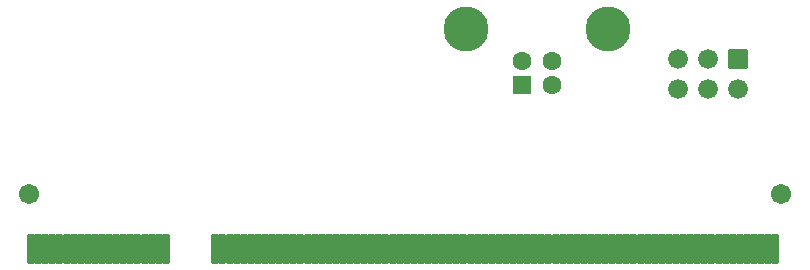
<source format=gts>
G04 Layer: TopSolderMaskLayer*
G04 EasyEDA v6.5.23, 2023-08-22 14:51:30*
G04 a67cddfb3fce44daa9051d46cbbcc19f,10*
G04 Gerber Generator version 0.2*
G04 Scale: 100 percent, Rotated: No, Reflected: No *
G04 Dimensions in millimeters *
G04 leading zeros omitted , absolute positions ,4 integer and 5 decimal *
%FSLAX45Y45*%
%MOMM*%

%AMMACRO1*4,1,32,-0.2245,-1.2516,-0.255,-1.2465,-0.2855,-1.2313,-0.3058,-1.2109,-0.3211,-1.1805,-0.3261,-1.15,-0.3269,-1.149,-0.3269,1.1497,-0.3261,1.15,-0.3211,1.1805,-0.3058,1.2109,-0.2855,1.2313,-0.255,1.2465,-0.2245,1.2516,-0.2253,1.2513,0.2243,1.2513,0.2253,1.2516,0.2558,1.2465,0.2863,1.2313,0.3066,1.2109,0.3218,1.1805,0.3269,1.15,0.3259,1.1497,0.3259,-1.149,0.3269,-1.15,0.3218,-1.1805,0.3066,-1.2109,0.2863,-1.2313,0.2558,-1.2465,0.2253,-1.2516,0.2243,-1.2506,-0.2253,-1.2506,-0.2245,-1.2516,0*%
%AMMACRO2*4,1,32,-0.2254,-1.2516,-0.2559,-1.2465,-0.2864,-1.2313,-0.3067,-1.2109,-0.3219,-1.1805,-0.327,-1.15,-0.3258,-1.149,-0.3258,1.1497,-0.327,1.15,-0.3219,1.1805,-0.3067,1.2109,-0.2864,1.2313,-0.2559,1.2465,-0.2254,1.2516,-0.2242,1.2513,0.2254,1.2513,0.2247,1.2516,0.2551,1.2465,0.2856,1.2313,0.3059,1.2109,0.3212,1.1805,0.3263,1.15,0.327,1.1497,0.327,-1.149,0.3263,-1.15,0.3212,-1.1805,0.3059,-1.2109,0.2856,-1.2313,0.2551,-1.2465,0.2247,-1.2516,0.2254,-1.2506,-0.2242,-1.2506,-0.2254,-1.2516,0*%
%AMMACRO3*4,1,32,-0.2252,-1.2516,-0.2557,-1.2465,-0.2861,-1.2313,-0.3065,-1.2109,-0.3217,-1.1805,-0.3268,-1.15,-0.326,-1.149,-0.326,1.1497,-0.3268,1.15,-0.3217,1.1805,-0.3065,1.2109,-0.2861,1.2313,-0.2557,1.2465,-0.2252,1.2516,-0.2244,1.2513,0.2252,1.2513,0.2249,1.2516,0.2554,1.2465,0.2859,1.2313,0.3062,1.2109,0.3214,1.1805,0.3265,1.15,0.3268,1.1497,0.3268,-1.149,0.3265,-1.15,0.3214,-1.1805,0.3062,-1.2109,0.2859,-1.2313,0.2554,-1.2465,0.2249,-1.2516,0.2252,-1.2506,-0.2244,-1.2506,-0.2252,-1.2516,0*%
%AMMACRO4*4,1,32,-0.225,-1.2516,-0.2555,-1.2465,-0.286,-1.2313,-0.3063,-1.2109,-0.3216,-1.1805,-0.3266,-1.15,-0.3264,-1.149,-0.3264,1.1497,-0.3266,1.15,-0.3216,1.1805,-0.3063,1.2109,-0.286,1.2313,-0.2555,1.2465,-0.225,1.2516,-0.2248,1.2513,0.2248,1.2513,0.225,1.2516,0.2555,1.2465,0.286,1.2313,0.3063,1.2109,0.3216,1.1805,0.3266,1.15,0.3264,1.1497,0.3264,-1.149,0.3266,-1.15,0.3216,-1.1805,0.3063,-1.2109,0.286,-1.2313,0.2555,-1.2465,0.225,-1.2516,0.2248,-1.2506,-0.2248,-1.2506,-0.225,-1.2516,0*%
%AMMACRO5*4,1,32,-0.2247,-1.2516,-0.2551,-1.2465,-0.2856,-1.2313,-0.3059,-1.2109,-0.3212,-1.1805,-0.3263,-1.15,-0.3268,-1.149,-0.3268,1.1497,-0.3263,1.15,-0.3212,1.1805,-0.3059,1.2109,-0.2856,1.2313,-0.2551,1.2465,-0.2247,1.2516,-0.2252,1.2513,0.2244,1.2513,0.2252,1.2516,0.2557,1.2465,0.2861,1.2313,0.3065,1.2109,0.3217,1.1805,0.3268,1.15,0.326,1.1497,0.326,-1.149,0.3268,-1.15,0.3217,-1.1805,0.3065,-1.2109,0.2861,-1.2313,0.2557,-1.2465,0.2252,-1.2516,0.2244,-1.2506,-0.2252,-1.2506,-0.2247,-1.2516,0*%
%AMMACRO6*4,1,32,-0.225,-1.2516,-0.2555,-1.2465,-0.286,-1.2313,-0.3063,-1.2109,-0.3216,-1.1805,-0.3266,-1.15,-0.3277,-1.149,-0.3277,1.1497,-0.3266,1.15,-0.3216,1.1805,-0.3063,1.2109,-0.286,1.2313,-0.2555,1.2465,-0.225,1.2516,-0.2261,1.2513,0.2261,1.2513,0.2248,1.2516,0.2553,1.2465,0.2858,1.2313,0.3061,1.2109,0.3213,1.1805,0.3264,1.15,0.3277,1.1497,0.3277,-1.149,0.3264,-1.15,0.3213,-1.1805,0.3061,-1.2109,0.2858,-1.2313,0.2553,-1.2465,0.2248,-1.2516,0.2261,-1.2506,-0.2261,-1.2506,-0.225,-1.2516,0*%
%AMMACRO7*4,1,32,-0.2253,-1.2516,-0.2558,-1.2465,-0.2863,-1.2313,-0.3066,-1.2109,-0.3218,-1.1805,-0.3269,-1.15,-0.3259,-1.149,-0.3259,1.1497,-0.3269,1.15,-0.3218,1.1805,-0.3066,1.2109,-0.2863,1.2313,-0.2558,1.2465,-0.2253,1.2516,-0.2243,1.2513,0.2253,1.2513,0.2248,1.2516,0.2553,1.2465,0.2858,1.2313,0.3061,1.2109,0.3213,1.1805,0.3264,1.15,0.3269,1.1497,0.3269,-1.149,0.3264,-1.15,0.3213,-1.1805,0.3061,-1.2109,0.2858,-1.2313,0.2553,-1.2465,0.2248,-1.2516,0.2253,-1.2506,-0.2243,-1.2506,-0.2253,-1.2516,0*%
%AMMACRO8*4,1,30,-0.225,-1.2516,-0.2555,-1.2465,-0.286,-1.2313,-0.3063,-1.2109,-0.3216,-1.1805,-0.3266,-1.15,-0.3261,-1.149,-0.3261,1.1497,-0.3266,1.15,-0.3216,1.1805,-0.3063,1.2109,-0.286,1.2313,-0.2555,1.2465,-0.225,1.2516,-0.2245,1.2513,0.225,1.2513,0.225,1.2516,0.2555,1.2465,0.286,1.2313,0.3063,1.2109,0.3216,1.1805,0.3266,1.15,0.3266,-1.15,0.3216,-1.1805,0.3063,-1.2109,0.286,-1.2313,0.2555,-1.2465,0.225,-1.2516,0.225,-1.2506,-0.2245,-1.2506,-0.225,-1.2516,0*%
%AMMACRO9*4,1,30,-0.225,-1.2516,-0.2555,-1.2465,-0.286,-1.2313,-0.3063,-1.2109,-0.3216,-1.1805,-0.3266,-1.15,-0.3266,1.15,-0.3216,1.1805,-0.3063,1.2109,-0.286,1.2313,-0.2555,1.2465,-0.225,1.2516,-0.225,1.2513,0.2245,1.2513,0.225,1.2516,0.2555,1.2465,0.286,1.2313,0.3063,1.2109,0.3216,1.1805,0.3266,1.15,0.3261,1.1497,0.3261,-1.149,0.3266,-1.15,0.3216,-1.1805,0.3063,-1.2109,0.286,-1.2313,0.2555,-1.2465,0.225,-1.2516,0.2245,-1.2506,-0.225,-1.2506,-0.225,-1.2516,0*%
%AMMACRO10*4,1,32,-0.2254,-1.2516,-0.2559,-1.2465,-0.2864,-1.2313,-0.3067,-1.2109,-0.3219,-1.1805,-0.327,-1.15,-0.3258,-1.149,-0.3258,1.1497,-0.327,1.15,-0.3219,1.1805,-0.3067,1.2109,-0.2864,1.2313,-0.2559,1.2465,-0.2254,1.2516,-0.2242,1.2513,0.2254,1.2513,0.2244,1.2516,0.2549,1.2465,0.2854,1.2313,0.3057,1.2109,0.3209,1.1805,0.326,1.15,0.327,1.1497,0.327,-1.149,0.326,-1.15,0.3209,-1.1805,0.3057,-1.2109,0.2854,-1.2313,0.2549,-1.2465,0.2244,-1.2516,0.2254,-1.2506,-0.2242,-1.2506,-0.2254,-1.2516,0*%
%AMMACRO11*4,1,32,-0.2249,-1.2516,-0.2554,-1.2465,-0.2859,-1.2313,-0.3062,-1.2109,-0.3214,-1.1805,-0.3265,-1.15,-0.3268,-1.149,-0.3268,1.1497,-0.3265,1.15,-0.3214,1.1805,-0.3062,1.2109,-0.2859,1.2313,-0.2554,1.2465,-0.2249,1.2516,-0.2252,1.2513,0.2244,1.2513,0.2252,1.2516,0.2557,1.2465,0.2861,1.2313,0.3065,1.2109,0.3217,1.1805,0.3268,1.15,0.326,1.1497,0.326,-1.149,0.3268,-1.15,0.3217,-1.1805,0.3065,-1.2109,0.2861,-1.2313,0.2557,-1.2465,0.2252,-1.2516,0.2244,-1.2506,-0.2252,-1.2506,-0.2249,-1.2516,0*%
%AMMACRO12*4,1,32,-0.2253,-1.2516,-0.2558,-1.2465,-0.2863,-1.2313,-0.3066,-1.2109,-0.3218,-1.1805,-0.3269,-1.15,-0.3259,-1.149,-0.3259,1.1497,-0.3269,1.15,-0.3218,1.1805,-0.3066,1.2109,-0.2863,1.2313,-0.2558,1.2465,-0.2253,1.2516,-0.2243,1.2513,0.2253,1.2513,0.2245,1.2516,0.255,1.2465,0.2855,1.2313,0.3058,1.2109,0.3211,1.1805,0.3261,1.15,0.3269,1.1497,0.3269,-1.149,0.3261,-1.15,0.3211,-1.1805,0.3058,-1.2109,0.2855,-1.2313,0.255,-1.2465,0.2245,-1.2516,0.2253,-1.2506,-0.2243,-1.2506,-0.2253,-1.2516,0*%
%AMMACRO13*4,1,32,-0.2248,-1.2516,-0.2553,-1.2465,-0.2857,-1.2313,-0.3061,-1.2109,-0.3213,-1.1805,-0.3264,-1.15,-0.3269,-1.149,-0.3269,1.1497,-0.3264,1.15,-0.3213,1.1805,-0.3061,1.2109,-0.2857,1.2313,-0.2553,1.2465,-0.2248,1.2516,-0.2253,1.2513,0.2243,1.2513,0.2253,1.2516,0.2558,1.2465,0.2863,1.2313,0.3066,1.2109,0.3218,1.1805,0.3269,1.15,0.3259,1.1497,0.3259,-1.149,0.3269,-1.15,0.3218,-1.1805,0.3066,-1.2109,0.2863,-1.2313,0.2558,-1.2465,0.2253,-1.2516,0.2243,-1.2506,-0.2253,-1.2506,-0.2248,-1.2516,0*%
%AMMACRO14*4,1,32,-0.225,-1.2516,-0.2555,-1.2465,-0.286,-1.2313,-0.3063,-1.2109,-0.3216,-1.1805,-0.3266,-1.15,-0.3277,-1.149,-0.3277,1.1497,-0.3266,1.15,-0.3216,1.1805,-0.3063,1.2109,-0.286,1.2313,-0.2555,1.2465,-0.225,1.2516,-0.2261,1.2513,0.2261,1.2513,0.225,1.2516,0.2555,1.2465,0.286,1.2313,0.3063,1.2109,0.3216,1.1805,0.3266,1.15,0.3277,1.1497,0.3277,-1.149,0.3266,-1.15,0.3216,-1.1805,0.3063,-1.2109,0.286,-1.2313,0.2555,-1.2465,0.225,-1.2516,0.2261,-1.2506,-0.2261,-1.2506,-0.225,-1.2516,0*%
%AMMACRO15*4,1,32,-0.2252,-1.2516,-0.2557,-1.2465,-0.2861,-1.2313,-0.3065,-1.2109,-0.3217,-1.1805,-0.3268,-1.15,-0.326,-1.149,-0.326,1.1497,-0.3268,1.15,-0.3217,1.1805,-0.3065,1.2109,-0.2861,1.2313,-0.2557,1.2465,-0.2252,1.2516,-0.2244,1.2513,0.2252,1.2513,0.2247,1.2516,0.2551,1.2465,0.2856,1.2313,0.3059,1.2109,0.3212,1.1805,0.3263,1.15,0.3268,1.1497,0.3268,-1.149,0.3263,-1.15,0.3212,-1.1805,0.3059,-1.2109,0.2856,-1.2313,0.2551,-1.2465,0.2247,-1.2516,0.2252,-1.2506,-0.2244,-1.2506,-0.2252,-1.2516,0*%
%AMMACRO16*4,1,32,-0.2253,-1.2516,-0.2558,-1.2465,-0.2863,-1.2313,-0.3066,-1.2109,-0.3218,-1.1805,-0.3269,-1.15,-0.3277,-1.149,-0.3277,1.1497,-0.3269,1.15,-0.3218,1.1805,-0.3066,1.2109,-0.2863,1.2313,-0.2558,1.2465,-0.2253,1.2516,-0.2261,1.2513,0.2261,1.2513,0.2248,1.2516,0.2553,1.2465,0.2858,1.2313,0.3061,1.2109,0.3213,1.1805,0.3264,1.15,0.3277,1.1497,0.3277,-1.149,0.3264,-1.15,0.3213,-1.1805,0.3061,-1.2109,0.2858,-1.2313,0.2553,-1.2465,0.2248,-1.2516,0.2261,-1.2506,-0.2261,-1.2506,-0.2253,-1.2516,0*%
%AMMACRO17*4,1,32,-0.225,-1.2516,-0.2555,-1.2465,-0.286,-1.2313,-0.3063,-1.2109,-0.3216,-1.1805,-0.3266,-1.15,-0.3261,-1.149,-0.3261,1.1497,-0.3266,1.15,-0.3216,1.1805,-0.3063,1.2109,-0.286,1.2313,-0.2555,1.2465,-0.225,1.2516,-0.2245,1.2513,0.225,1.2513,0.2248,1.2516,0.2553,1.2465,0.2858,1.2313,0.3061,1.2109,0.3213,1.1805,0.3264,1.15,0.3266,1.1497,0.3266,-1.149,0.3264,-1.15,0.3213,-1.1805,0.3061,-1.2109,0.2858,-1.2313,0.2553,-1.2465,0.2248,-1.2516,0.225,-1.2506,-0.2245,-1.2506,-0.225,-1.2516,0*%
%AMMACRO18*4,1,32,-0.2249,-1.2516,-0.2554,-1.2465,-0.2859,-1.2313,-0.3062,-1.2109,-0.3214,-1.1805,-0.3265,-1.15,-0.3263,-1.149,-0.3263,1.1497,-0.3265,1.15,-0.3214,1.1805,-0.3062,1.2109,-0.2859,1.2313,-0.2554,1.2465,-0.2249,1.2516,-0.2247,1.2513,0.2249,1.2513,0.2249,1.2516,0.2554,1.2465,0.2859,1.2313,0.3062,1.2109,0.3214,1.1805,0.3265,1.15,0.3265,1.1497,0.3265,-1.149,0.3265,-1.15,0.3214,-1.1805,0.3062,-1.2109,0.2859,-1.2313,0.2554,-1.2465,0.2249,-1.2516,0.2249,-1.2506,-0.2247,-1.2506,-0.2249,-1.2516,0*%
%AMMACRO19*4,1,32,-0.225,-1.2516,-0.2555,-1.2465,-0.286,-1.2313,-0.3063,-1.2109,-0.3216,-1.1805,-0.3266,-1.15,-0.3261,-1.149,-0.3261,1.1497,-0.3266,1.15,-0.3216,1.1805,-0.3063,1.2109,-0.286,1.2313,-0.2555,1.2465,-0.225,1.2516,-0.2245,1.2513,0.225,1.2513,0.2248,1.2516,0.2553,1.2465,0.2857,1.2313,0.3061,1.2109,0.3213,1.1805,0.3264,1.15,0.3266,1.1497,0.3266,-1.149,0.3264,-1.15,0.3213,-1.1805,0.3061,-1.2109,0.2857,-1.2313,0.2553,-1.2465,0.2248,-1.2516,0.225,-1.2506,-0.2245,-1.2506,-0.225,-1.2516,0*%
%AMMACRO20*4,1,32,-0.2249,-1.2516,-0.2554,-1.2465,-0.2859,-1.2313,-0.3062,-1.2109,-0.3214,-1.1805,-0.3265,-1.15,-0.3265,-1.149,-0.3265,1.1497,-0.3265,1.15,-0.3214,1.1805,-0.3062,1.2109,-0.2859,1.2313,-0.2554,1.2465,-0.2249,1.2516,-0.2249,1.2513,0.2247,1.2513,0.2249,1.2516,0.2554,1.2465,0.2859,1.2313,0.3062,1.2109,0.3214,1.1805,0.3265,1.15,0.3263,1.1497,0.3263,-1.149,0.3265,-1.15,0.3214,-1.1805,0.3062,-1.2109,0.2859,-1.2313,0.2554,-1.2465,0.2249,-1.2516,0.2247,-1.2506,-0.2249,-1.2506,-0.2249,-1.2516,0*%
%AMMACRO21*4,1,32,-0.2248,-1.2516,-0.2553,-1.2465,-0.2858,-1.2313,-0.3061,-1.2109,-0.3213,-1.1805,-0.3264,-1.15,-0.3269,-1.149,-0.3269,1.1497,-0.3264,1.15,-0.3213,1.1805,-0.3061,1.2109,-0.2858,1.2313,-0.2553,1.2465,-0.2248,1.2516,-0.2253,1.2513,0.2243,1.2513,0.2253,1.2516,0.2558,1.2465,0.2863,1.2313,0.3066,1.2109,0.3218,1.1805,0.3269,1.15,0.3259,1.1497,0.3259,-1.149,0.3269,-1.15,0.3218,-1.1805,0.3066,-1.2109,0.2863,-1.2313,0.2558,-1.2465,0.2253,-1.2516,0.2243,-1.2506,-0.2253,-1.2506,-0.2248,-1.2516,0*%
%AMMACRO22*4,1,32,-0.2253,-1.2516,-0.2558,-1.2465,-0.2863,-1.2313,-0.3066,-1.2109,-0.3218,-1.1805,-0.3269,-1.15,-0.3259,-1.149,-0.3259,1.1497,-0.3269,1.15,-0.3218,1.1805,-0.3066,1.2109,-0.2863,1.2313,-0.2558,1.2465,-0.2253,1.2516,-0.2243,1.2513,0.2253,1.2513,0.2248,1.2516,0.2553,1.2465,0.2857,1.2313,0.3061,1.2109,0.3213,1.1805,0.3264,1.15,0.3269,1.1497,0.3269,-1.149,0.3264,-1.15,0.3213,-1.1805,0.3061,-1.2109,0.2857,-1.2313,0.2553,-1.2465,0.2248,-1.2516,0.2253,-1.2506,-0.2243,-1.2506,-0.2253,-1.2516,0*%
%AMMACRO23*4,1,30,-0.2249,-1.2516,-0.2554,-1.2465,-0.2859,-1.2313,-0.3062,-1.2109,-0.3214,-1.1805,-0.3265,-1.15,-0.3263,-1.149,-0.3263,1.1497,-0.3265,1.15,-0.3214,1.1805,-0.3062,1.2109,-0.2859,1.2313,-0.2554,1.2465,-0.2249,1.2516,-0.2247,1.2513,0.2249,1.2513,0.2249,1.2516,0.2554,1.2465,0.2859,1.2313,0.3062,1.2109,0.3214,1.1805,0.3265,1.15,0.3265,-1.15,0.3214,-1.1805,0.3062,-1.2109,0.2859,-1.2313,0.2554,-1.2465,0.2249,-1.2516,0.2249,-1.2506,-0.2247,-1.2506,-0.2249,-1.2516,0*%
%AMMACRO24*4,1,32,-0.2248,-1.2516,-0.2553,-1.2465,-0.2858,-1.2313,-0.3061,-1.2109,-0.3213,-1.1805,-0.3264,-1.15,-0.3266,-1.149,-0.3266,1.1497,-0.3264,1.15,-0.3213,1.1805,-0.3061,1.2109,-0.2858,1.2313,-0.2553,1.2465,-0.2248,1.2516,-0.225,1.2513,0.2245,1.2513,0.225,1.2516,0.2555,1.2465,0.286,1.2313,0.3063,1.2109,0.3216,1.1805,0.3266,1.15,0.3261,1.1497,0.3261,-1.149,0.3266,-1.15,0.3216,-1.1805,0.3063,-1.2109,0.286,-1.2313,0.2555,-1.2465,0.225,-1.2516,0.2245,-1.2506,-0.225,-1.2506,-0.2248,-1.2516,0*%
%AMMACRO25*4,1,30,-0.2249,-1.2516,-0.2554,-1.2465,-0.2859,-1.2313,-0.3062,-1.2109,-0.3214,-1.1805,-0.3265,-1.15,-0.3265,1.15,-0.3214,1.1805,-0.3062,1.2109,-0.2859,1.2313,-0.2554,1.2465,-0.2249,1.2516,-0.2249,1.2513,0.2247,1.2513,0.2249,1.2516,0.2554,1.2465,0.2859,1.2313,0.3062,1.2109,0.3214,1.1805,0.3265,1.15,0.3263,1.1497,0.3263,-1.149,0.3265,-1.15,0.3214,-1.1805,0.3062,-1.2109,0.2859,-1.2313,0.2554,-1.2465,0.2249,-1.2516,0.2247,-1.2506,-0.2249,-1.2506,-0.2249,-1.2516,0*%
%AMMACRO26*4,1,32,-0.2248,-1.2516,-0.2553,-1.2465,-0.2857,-1.2313,-0.3061,-1.2109,-0.3213,-1.1805,-0.3264,-1.15,-0.3266,-1.149,-0.3266,1.1497,-0.3264,1.15,-0.3213,1.1805,-0.3061,1.2109,-0.2857,1.2313,-0.2553,1.2465,-0.2248,1.2516,-0.225,1.2513,0.2245,1.2513,0.225,1.2516,0.2555,1.2465,0.286,1.2313,0.3063,1.2109,0.3216,1.1805,0.3266,1.15,0.3261,1.1497,0.3261,-1.149,0.3266,-1.15,0.3216,-1.1805,0.3063,-1.2109,0.286,-1.2313,0.2555,-1.2465,0.225,-1.2516,0.2245,-1.2506,-0.225,-1.2506,-0.2248,-1.2516,0*%
%AMMACRO27*4,1,32,-0.2248,-1.2516,-0.2553,-1.2465,-0.2858,-1.2313,-0.3061,-1.2109,-0.3213,-1.1805,-0.3264,-1.15,-0.3277,-1.149,-0.3277,1.1497,-0.3264,1.15,-0.3213,1.1805,-0.3061,1.2109,-0.2858,1.2313,-0.2553,1.2465,-0.2248,1.2516,-0.2261,1.2513,0.2261,1.2513,0.2253,1.2516,0.2558,1.2465,0.2863,1.2313,0.3066,1.2109,0.3218,1.1805,0.3269,1.15,0.3277,1.1497,0.3277,-1.149,0.3269,-1.15,0.3218,-1.1805,0.3066,-1.2109,0.2863,-1.2313,0.2558,-1.2465,0.2253,-1.2516,0.2261,-1.2506,-0.2261,-1.2506,-0.2248,-1.2516,0*%
%AMMACRO28*4,1,32,-0.225,-1.2516,-0.2555,-1.2465,-0.286,-1.2313,-0.3063,-1.2109,-0.3216,-1.1805,-0.3266,-1.15,-0.3266,-1.149,-0.3266,1.1497,-0.3266,1.15,-0.3216,1.1805,-0.3063,1.2109,-0.286,1.2313,-0.2555,1.2465,-0.225,1.2516,-0.225,1.2513,0.2245,1.2513,0.225,1.2516,0.2555,1.2465,0.286,1.2313,0.3063,1.2109,0.3216,1.1805,0.3266,1.15,0.3261,1.1497,0.3261,-1.149,0.3266,-1.15,0.3216,-1.1805,0.3063,-1.2109,0.286,-1.2313,0.2555,-1.2465,0.225,-1.2516,0.2245,-1.2506,-0.225,-1.2506,-0.225,-1.2516,0*%
%AMMACRO29*4,1,32,-0.225,-1.2516,-0.2555,-1.2465,-0.286,-1.2313,-0.3063,-1.2109,-0.3216,-1.1805,-0.3266,-1.15,-0.3261,-1.149,-0.3261,1.1497,-0.3266,1.15,-0.3216,1.1805,-0.3063,1.2109,-0.286,1.2313,-0.2555,1.2465,-0.225,1.2516,-0.2245,1.2513,0.225,1.2513,0.225,1.2516,0.2555,1.2465,0.286,1.2313,0.3063,1.2109,0.3216,1.1805,0.3266,1.15,0.3266,1.1497,0.3266,-1.149,0.3266,-1.15,0.3216,-1.1805,0.3063,-1.2109,0.286,-1.2313,0.2555,-1.2465,0.225,-1.2516,0.225,-1.2506,-0.2245,-1.2506,-0.225,-1.2516,0*%
%AMMACRO30*4,1,32,-0.2247,-1.2516,-0.2551,-1.2465,-0.2856,-1.2313,-0.3059,-1.2109,-0.3212,-1.1805,-0.3263,-1.15,-0.327,-1.149,-0.327,1.1497,-0.3263,1.15,-0.3212,1.1805,-0.3059,1.2109,-0.2856,1.2313,-0.2551,1.2465,-0.2247,1.2516,-0.2254,1.2513,0.2242,1.2513,0.2254,1.2516,0.2559,1.2465,0.2864,1.2313,0.3067,1.2109,0.3219,1.1805,0.327,1.15,0.3258,1.1497,0.3258,-1.149,0.327,-1.15,0.3219,-1.1805,0.3067,-1.2109,0.2864,-1.2313,0.2559,-1.2465,0.2254,-1.2516,0.2242,-1.2506,-0.2254,-1.2506,-0.2247,-1.2516,0*%
%AMMACRO31*1,1,$1,$2,$3*1,1,$1,$4,$5*1,1,$1,0-$2,0-$3*1,1,$1,0-$4,0-$5*20,1,$1,$2,$3,$4,$5,0*20,1,$1,$4,$5,0-$2,0-$3,0*20,1,$1,0-$2,0-$3,0-$4,0-$5,0*20,1,$1,0-$4,0-$5,$2,$3,0*4,1,4,$2,$3,$4,$5,0-$2,0-$3,0-$4,0-$5,$2,$3,0*%
%ADD10MACRO1*%
%ADD11MACRO2*%
%ADD12MACRO3*%
%ADD13MACRO4*%
%ADD14MACRO5*%
%ADD15MACRO6*%
%ADD16MACRO7*%
%ADD17MACRO8*%
%ADD18MACRO9*%
%ADD19MACRO10*%
%ADD20MACRO11*%
%ADD21MACRO12*%
%ADD22MACRO13*%
%ADD23MACRO14*%
%ADD24MACRO15*%
%ADD25MACRO16*%
%ADD26MACRO17*%
%ADD27MACRO18*%
%ADD28MACRO19*%
%ADD29MACRO20*%
%ADD30MACRO21*%
%ADD31MACRO22*%
%ADD32MACRO23*%
%ADD33MACRO24*%
%ADD34MACRO25*%
%ADD35MACRO26*%
%ADD36MACRO27*%
%ADD37MACRO28*%
%ADD38MACRO29*%
%ADD39MACRO30*%
%ADD40C,1.7033*%
%ADD41C,1.6032*%
%ADD42MACRO31,0.2032X0.7X-0.7X-0.7X-0.7*%
%ADD43C,3.8032*%
%ADD44C,1.6764*%
%ADD45MACRO31,0.1016X0.7874X-0.7874X-0.7874X-0.7874*%

%LPD*%
D10*
G01*
X215061Y140045D03*
D11*
G01*
X275145Y140045D03*
D12*
G01*
X335114Y140045D03*
D13*
G01*
X395096Y140045D03*
D14*
G01*
X455079Y140045D03*
D15*
G01*
X515111Y140045D03*
D16*
G01*
X575132Y140045D03*
D17*
G01*
X635101Y140045D03*
D18*
G01*
X695096Y140045D03*
D10*
G01*
X755065Y140045D03*
D19*
G01*
X815149Y140045D03*
D12*
G01*
X875118Y140045D03*
D13*
G01*
X935101Y140045D03*
D20*
G01*
X995083Y140045D03*
D15*
G01*
X1055115Y140045D03*
D21*
G01*
X1115136Y140045D03*
D17*
G01*
X1175105Y140045D03*
D18*
G01*
X1235100Y140045D03*
D22*
G01*
X1295069Y140045D03*
D19*
G01*
X1355153Y140045D03*
D18*
G01*
X1775104Y140045D03*
D22*
G01*
X1835073Y140045D03*
D23*
G01*
X1895094Y140045D03*
D24*
G01*
X1955126Y140045D03*
D13*
G01*
X2015109Y140045D03*
D20*
G01*
X2075091Y140045D03*
D25*
G01*
X2135124Y140045D03*
D21*
G01*
X2195144Y140045D03*
D26*
G01*
X2255113Y140045D03*
D18*
G01*
X2315108Y140045D03*
D22*
G01*
X2375077Y140045D03*
D23*
G01*
X2435097Y140045D03*
D24*
G01*
X2495130Y140045D03*
D27*
G01*
X2555100Y140045D03*
D20*
G01*
X2615095Y140045D03*
D25*
G01*
X2675127Y140045D03*
D11*
G01*
X2735135Y140045D03*
D28*
G01*
X2795117Y140045D03*
D29*
G01*
X2855099Y140045D03*
D30*
G01*
X2915081Y140045D03*
D23*
G01*
X2975102Y140045D03*
D31*
G01*
X3035122Y140045D03*
D32*
G01*
X3095104Y140045D03*
D33*
G01*
X3155086Y140045D03*
D25*
G01*
X3215131Y140045D03*
D11*
G01*
X3275139Y140045D03*
D12*
G01*
X3335108Y140045D03*
D34*
G01*
X3395103Y140045D03*
D14*
G01*
X3455073Y140045D03*
D23*
G01*
X3515106Y140045D03*
D16*
G01*
X3575126Y140045D03*
D17*
G01*
X3635095Y140045D03*
D35*
G01*
X3695090Y140045D03*
D10*
G01*
X3755059Y140045D03*
D36*
G01*
X3815079Y140045D03*
D12*
G01*
X3875112Y140045D03*
D13*
G01*
X3935094Y140045D03*
D14*
G01*
X3995077Y140045D03*
D15*
G01*
X4055109Y140045D03*
D31*
G01*
X4115130Y140045D03*
D17*
G01*
X4175099Y140045D03*
D37*
G01*
X4235094Y140045D03*
D10*
G01*
X4295063Y140045D03*
D11*
G01*
X4355147Y140045D03*
D12*
G01*
X4415116Y140045D03*
D13*
G01*
X4475098Y140045D03*
D20*
G01*
X4535081Y140045D03*
D15*
G01*
X4595113Y140045D03*
D31*
G01*
X4655134Y140045D03*
D38*
G01*
X4715103Y140045D03*
D37*
G01*
X4775098Y140045D03*
D10*
G01*
X4835067Y140045D03*
D19*
G01*
X4895151Y140045D03*
D12*
G01*
X4955120Y140045D03*
D13*
G01*
X5015103Y140045D03*
D20*
G01*
X5075085Y140045D03*
D15*
G01*
X5135118Y140045D03*
D21*
G01*
X5195138Y140045D03*
D17*
G01*
X5255107Y140045D03*
D18*
G01*
X5315102Y140045D03*
D22*
G01*
X5375071Y140045D03*
D19*
G01*
X5435155Y140045D03*
D24*
G01*
X5495124Y140045D03*
D13*
G01*
X5555106Y140045D03*
D20*
G01*
X5615089Y140045D03*
D39*
G01*
X5675058Y140045D03*
D21*
G01*
X5735142Y140045D03*
D26*
G01*
X5795111Y140045D03*
D18*
G01*
X5855106Y140045D03*
D30*
G01*
X5915075Y140045D03*
D23*
G01*
X5975095Y140045D03*
D24*
G01*
X6035128Y140045D03*
D27*
G01*
X6095098Y140045D03*
D20*
G01*
X6155093Y140045D03*
D25*
G01*
X6215125Y140045D03*
D11*
G01*
X6275133Y140045D03*
D26*
G01*
X6335115Y140045D03*
D29*
G01*
X6395097Y140045D03*
D22*
G01*
X6455079Y140045D03*
D23*
G01*
X6515100Y140045D03*
D40*
G01*
X6560159Y599998D03*
G01*
X199999Y599998D03*
D41*
G01*
X4624984Y1729003D03*
G01*
X4624984Y1529003D03*
D42*
G01*
X4374989Y1529013D03*
D41*
G01*
X4374997Y1729003D03*
D43*
G01*
X3897985Y1999995D03*
G01*
X5101996Y1999995D03*
D44*
G01*
X5691987Y1495983D03*
G01*
X5691987Y1749983D03*
G01*
X5945987Y1495983D03*
G01*
X5945987Y1749983D03*
G01*
X6199987Y1495983D03*
D45*
G01*
X6199987Y1749996D03*
M02*

</source>
